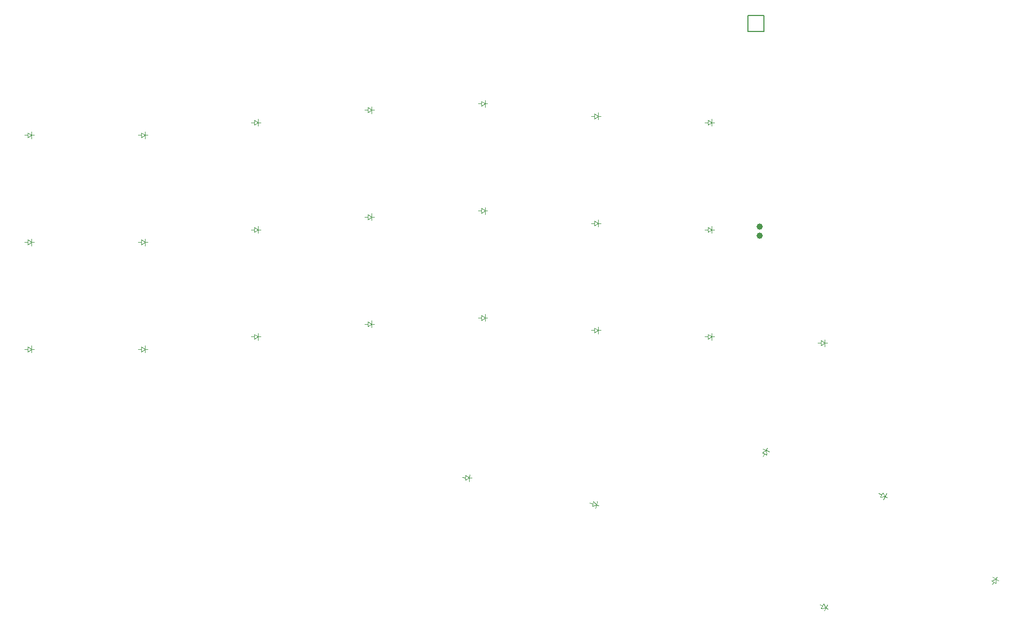
<source format=gbr>
%TF.GenerationSoftware,KiCad,Pcbnew,6.0.7*%
%TF.CreationDate,2022-09-15T23:21:12-04:00*%
%TF.ProjectId,flutter_v2_wren,666c7574-7465-4725-9f76-325f7772656e,v1.0.0*%
%TF.SameCoordinates,Original*%
%TF.FileFunction,Legend,Top*%
%TF.FilePolarity,Positive*%
%FSLAX46Y46*%
G04 Gerber Fmt 4.6, Leading zero omitted, Abs format (unit mm)*
G04 Created by KiCad (PCBNEW 6.0.7) date 2022-09-15 23:21:12*
%MOMM*%
%LPD*%
G01*
G04 APERTURE LIST*
%ADD10C,0.150000*%
%ADD11C,0.100000*%
%ADD12C,1.000000*%
G04 APERTURE END LIST*
D10*
%TO.C,MCU1*%
%TO.C,*%
D11*
%TO.C,D1*%
X5750000Y-7000000D02*
X5250000Y-7000000D01*
X5750000Y-6600000D02*
X6350000Y-7000000D01*
X5750000Y-7400000D02*
X5750000Y-6600000D01*
X6350000Y-7000000D02*
X5750000Y-7400000D01*
X6350000Y-7000000D02*
X6350000Y-6450000D01*
X6350000Y-7000000D02*
X6350000Y-7550000D01*
X6750000Y-7000000D02*
X6350000Y-7000000D01*
%TO.C,D2*%
X5750000Y10000000D02*
X5250000Y10000000D01*
X5750000Y10400000D02*
X6350000Y10000000D01*
X5750000Y9600000D02*
X5750000Y10400000D01*
X6350000Y10000000D02*
X5750000Y9600000D01*
X6350000Y10000000D02*
X6350000Y10550000D01*
X6350000Y10000000D02*
X6350000Y9450000D01*
X6750000Y10000000D02*
X6350000Y10000000D01*
%TO.C,D3*%
X5750000Y27000000D02*
X5250000Y27000000D01*
X5750000Y27400000D02*
X6350000Y27000000D01*
X5750000Y26600000D02*
X5750000Y27400000D01*
X6350000Y27000000D02*
X5750000Y26600000D01*
X6350000Y27000000D02*
X6350000Y27550000D01*
X6350000Y27000000D02*
X6350000Y26450000D01*
X6750000Y27000000D02*
X6350000Y27000000D01*
%TO.C,D4*%
X23750000Y-7000000D02*
X23250000Y-7000000D01*
X23750000Y-6600000D02*
X24350000Y-7000000D01*
X23750000Y-7400000D02*
X23750000Y-6600000D01*
X24350000Y-7000000D02*
X23750000Y-7400000D01*
X24350000Y-7000000D02*
X24350000Y-6450000D01*
X24350000Y-7000000D02*
X24350000Y-7550000D01*
X24750000Y-7000000D02*
X24350000Y-7000000D01*
%TO.C,D5*%
X23750000Y10000000D02*
X23250000Y10000000D01*
X23750000Y10400000D02*
X24350000Y10000000D01*
X23750000Y9600000D02*
X23750000Y10400000D01*
X24350000Y10000000D02*
X23750000Y9600000D01*
X24350000Y10000000D02*
X24350000Y10550000D01*
X24350000Y10000000D02*
X24350000Y9450000D01*
X24750000Y10000000D02*
X24350000Y10000000D01*
%TO.C,D6*%
X23750000Y27000000D02*
X23250000Y27000000D01*
X23750000Y27400000D02*
X24350000Y27000000D01*
X23750000Y26600000D02*
X23750000Y27400000D01*
X24350000Y27000000D02*
X23750000Y26600000D01*
X24350000Y27000000D02*
X24350000Y27550000D01*
X24350000Y27000000D02*
X24350000Y26450000D01*
X24750000Y27000000D02*
X24350000Y27000000D01*
%TO.C,D7*%
X41750000Y-5000000D02*
X41250000Y-5000000D01*
X41750000Y-4600000D02*
X42350000Y-5000000D01*
X41750000Y-5400000D02*
X41750000Y-4600000D01*
X42350000Y-5000000D02*
X41750000Y-5400000D01*
X42350000Y-5000000D02*
X42350000Y-4450000D01*
X42350000Y-5000000D02*
X42350000Y-5550000D01*
X42750000Y-5000000D02*
X42350000Y-5000000D01*
%TO.C,D8*%
X41750000Y12000000D02*
X41250000Y12000000D01*
X41750000Y12400000D02*
X42350000Y12000000D01*
X41750000Y11600000D02*
X41750000Y12400000D01*
X42350000Y12000000D02*
X41750000Y11600000D01*
X42350000Y12000000D02*
X42350000Y12550000D01*
X42350000Y12000000D02*
X42350000Y11450000D01*
X42750000Y12000000D02*
X42350000Y12000000D01*
%TO.C,D9*%
X41750000Y29000000D02*
X41250000Y29000000D01*
X41750000Y29400000D02*
X42350000Y29000000D01*
X41750000Y28600000D02*
X41750000Y29400000D01*
X42350000Y29000000D02*
X41750000Y28600000D01*
X42350000Y29000000D02*
X42350000Y29550000D01*
X42350000Y29000000D02*
X42350000Y28450000D01*
X42750000Y29000000D02*
X42350000Y29000000D01*
%TO.C,D10*%
X59750000Y-3000000D02*
X59250000Y-3000000D01*
X59750000Y-2600000D02*
X60350000Y-3000000D01*
X59750000Y-3400000D02*
X59750000Y-2600000D01*
X60350000Y-3000000D02*
X59750000Y-3400000D01*
X60350000Y-3000000D02*
X60350000Y-2450000D01*
X60350000Y-3000000D02*
X60350000Y-3550000D01*
X60750000Y-3000000D02*
X60350000Y-3000000D01*
%TO.C,D11*%
X59750000Y14000000D02*
X59250000Y14000000D01*
X59750000Y14400000D02*
X60350000Y14000000D01*
X59750000Y13600000D02*
X59750000Y14400000D01*
X60350000Y14000000D02*
X59750000Y13600000D01*
X60350000Y14000000D02*
X60350000Y14550000D01*
X60350000Y14000000D02*
X60350000Y13450000D01*
X60750000Y14000000D02*
X60350000Y14000000D01*
%TO.C,D12*%
X59750000Y31000000D02*
X59250000Y31000000D01*
X59750000Y31400000D02*
X60350000Y31000000D01*
X59750000Y30600000D02*
X59750000Y31400000D01*
X60350000Y31000000D02*
X59750000Y30600000D01*
X60350000Y31000000D02*
X60350000Y31550000D01*
X60350000Y31000000D02*
X60350000Y30450000D01*
X60750000Y31000000D02*
X60350000Y31000000D01*
%TO.C,D13*%
X77750000Y-2000000D02*
X77250000Y-2000000D01*
X77750000Y-1600000D02*
X78350000Y-2000000D01*
X77750000Y-2400000D02*
X77750000Y-1600000D01*
X78350000Y-2000000D02*
X77750000Y-2400000D01*
X78350000Y-2000000D02*
X78350000Y-1450000D01*
X78350000Y-2000000D02*
X78350000Y-2550000D01*
X78750000Y-2000000D02*
X78350000Y-2000000D01*
%TO.C,D14*%
X77750000Y15000000D02*
X77250000Y15000000D01*
X77750000Y15400000D02*
X78350000Y15000000D01*
X77750000Y14600000D02*
X77750000Y15400000D01*
X78350000Y15000000D02*
X77750000Y14600000D01*
X78350000Y15000000D02*
X78350000Y15550000D01*
X78350000Y15000000D02*
X78350000Y14450000D01*
X78750000Y15000000D02*
X78350000Y15000000D01*
%TO.C,D15*%
X77750000Y32000000D02*
X77250000Y32000000D01*
X77750000Y32400000D02*
X78350000Y32000000D01*
X77750000Y31600000D02*
X77750000Y32400000D01*
X78350000Y32000000D02*
X77750000Y31600000D01*
X78350000Y32000000D02*
X78350000Y32550000D01*
X78350000Y32000000D02*
X78350000Y31450000D01*
X78750000Y32000000D02*
X78350000Y32000000D01*
%TO.C,D16*%
X95750000Y-4000000D02*
X95250000Y-4000000D01*
X95750000Y-3600000D02*
X96350000Y-4000000D01*
X95750000Y-4400000D02*
X95750000Y-3600000D01*
X96350000Y-4000000D02*
X95750000Y-4400000D01*
X96350000Y-4000000D02*
X96350000Y-3450000D01*
X96350000Y-4000000D02*
X96350000Y-4550000D01*
X96750000Y-4000000D02*
X96350000Y-4000000D01*
%TO.C,D17*%
X95750000Y13000000D02*
X95250000Y13000000D01*
X95750000Y13400000D02*
X96350000Y13000000D01*
X95750000Y12600000D02*
X95750000Y13400000D01*
X96350000Y13000000D02*
X95750000Y12600000D01*
X96350000Y13000000D02*
X96350000Y13550000D01*
X96350000Y13000000D02*
X96350000Y12450000D01*
X96750000Y13000000D02*
X96350000Y13000000D01*
%TO.C,D18*%
X95750000Y30000000D02*
X95250000Y30000000D01*
X95750000Y30400000D02*
X96350000Y30000000D01*
X95750000Y29600000D02*
X95750000Y30400000D01*
X96350000Y30000000D02*
X95750000Y29600000D01*
X96350000Y30000000D02*
X96350000Y30550000D01*
X96350000Y30000000D02*
X96350000Y29450000D01*
X96750000Y30000000D02*
X96350000Y30000000D01*
%TO.C,D19*%
X113750000Y-5000000D02*
X113250000Y-5000000D01*
X113750000Y-4600000D02*
X114350000Y-5000000D01*
X113750000Y-5400000D02*
X113750000Y-4600000D01*
X114350000Y-5000000D02*
X113750000Y-5400000D01*
X114350000Y-5000000D02*
X114350000Y-4450000D01*
X114350000Y-5000000D02*
X114350000Y-5550000D01*
X114750000Y-5000000D02*
X114350000Y-5000000D01*
%TO.C,D20*%
X113750000Y12000000D02*
X113250000Y12000000D01*
X113750000Y12400000D02*
X114350000Y12000000D01*
X113750000Y11600000D02*
X113750000Y12400000D01*
X114350000Y12000000D02*
X113750000Y11600000D01*
X114350000Y12000000D02*
X114350000Y12550000D01*
X114350000Y12000000D02*
X114350000Y11450000D01*
X114750000Y12000000D02*
X114350000Y12000000D01*
%TO.C,D21*%
X113750000Y29000000D02*
X113250000Y29000000D01*
X113750000Y29400000D02*
X114350000Y29000000D01*
X113750000Y28600000D02*
X113750000Y29400000D01*
X114350000Y29000000D02*
X113750000Y28600000D01*
X114350000Y29000000D02*
X114350000Y29550000D01*
X114350000Y29000000D02*
X114350000Y28450000D01*
X114750000Y29000000D02*
X114350000Y29000000D01*
%TO.C,D22*%
X122733554Y-23594270D02*
X122530186Y-24051043D01*
X122368136Y-23431576D02*
X122977596Y-23046143D01*
X123098972Y-23756965D02*
X122368136Y-23431576D01*
X122977596Y-23046143D02*
X123098972Y-23756965D01*
X122977596Y-23046143D02*
X122475146Y-22822438D01*
X122977596Y-23046143D02*
X123480046Y-23269848D01*
X123140290Y-22680725D02*
X122977596Y-23046143D01*
%TO.C,D23*%
X131946526Y-47765264D02*
X131505052Y-47530528D01*
X132134315Y-47412085D02*
X132476295Y-48046947D01*
X131758737Y-48118443D02*
X132134315Y-47412085D01*
X132476295Y-48046947D02*
X131758737Y-48118443D01*
X132476295Y-48046947D02*
X132734504Y-47561326D01*
X132476295Y-48046947D02*
X132218085Y-48532568D01*
X132829474Y-48234736D02*
X132476295Y-48046947D01*
%TO.C,D24*%
X141335958Y-30106312D02*
X140894484Y-29871576D01*
X141523747Y-29753133D02*
X141865727Y-30387995D01*
X141148169Y-30459491D02*
X141523747Y-29753133D01*
X141865727Y-30387995D02*
X141148169Y-30459491D01*
X141865727Y-30387995D02*
X142123936Y-29902374D01*
X141865727Y-30387995D02*
X141607517Y-30873616D01*
X142218906Y-30575784D02*
X141865727Y-30387995D01*
%TO.C,D25*%
X159136559Y-43967664D02*
X158864240Y-44386999D01*
X158801091Y-43749808D02*
X159463343Y-43464461D01*
X159472027Y-44185519D02*
X158801091Y-43749808D01*
X159463343Y-43464461D02*
X159472027Y-44185519D01*
X159463343Y-43464461D02*
X159002074Y-43164910D01*
X159463343Y-43464461D02*
X159924611Y-43764013D01*
X159681198Y-43128993D02*
X159463343Y-43464461D01*
%TO.C,D26*%
X131750000Y-6000000D02*
X131250000Y-6000000D01*
X131750000Y-5600000D02*
X132350000Y-6000000D01*
X131750000Y-6400000D02*
X131750000Y-5600000D01*
X132350000Y-6000000D02*
X131750000Y-6400000D01*
X132350000Y-6000000D02*
X132350000Y-5450000D01*
X132350000Y-6000000D02*
X132350000Y-6550000D01*
X132750000Y-6000000D02*
X132350000Y-6000000D01*
%TO.C,D27*%
X75247698Y-27384048D02*
X74748916Y-27349170D01*
X75275601Y-26985022D02*
X75846236Y-27425902D01*
X75219795Y-27783074D02*
X75275601Y-26985022D01*
X75846236Y-27425902D02*
X75219795Y-27783074D01*
X75846236Y-27425902D02*
X75884602Y-26877242D01*
X75846236Y-27425902D02*
X75807870Y-27974562D01*
X76245262Y-27453804D02*
X75846236Y-27425902D01*
%TO.C,D28*%
X95457010Y-31548901D02*
X94970825Y-31432178D01*
X95550388Y-31159953D02*
X96040431Y-31688968D01*
X95363631Y-31937849D02*
X95550388Y-31159953D01*
X96040431Y-31688968D02*
X95363631Y-31937849D01*
X96040431Y-31688968D02*
X96168826Y-31154164D01*
X96040431Y-31688968D02*
X95912037Y-32223771D01*
X96429379Y-31782346D02*
X96040431Y-31688968D01*
D10*
%TO.C,MCU1*%
X122650000Y45990000D02*
X122650000Y43450000D01*
X122650000Y45990000D02*
X120110000Y45990000D01*
X122650000Y43450000D02*
X120110000Y43450000D01*
X120110000Y43450000D02*
X120110000Y45990000D01*
%TD*%
D12*
%TO.C,*%
X122000000Y12500000D03*
X122000000Y11000000D03*
%TD*%
M02*

</source>
